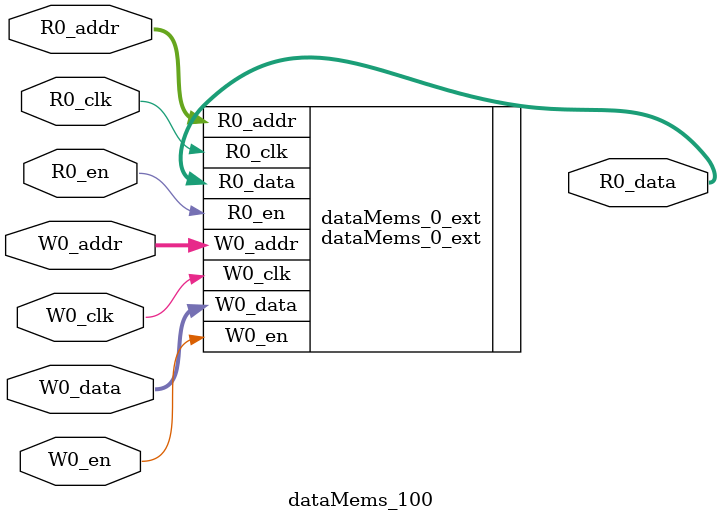
<source format=sv>
`ifndef RANDOMIZE
  `ifdef RANDOMIZE_REG_INIT
    `define RANDOMIZE
  `endif // RANDOMIZE_REG_INIT
`endif // not def RANDOMIZE
`ifndef RANDOMIZE
  `ifdef RANDOMIZE_MEM_INIT
    `define RANDOMIZE
  `endif // RANDOMIZE_MEM_INIT
`endif // not def RANDOMIZE

`ifndef RANDOM
  `define RANDOM $random
`endif // not def RANDOM

// Users can define 'PRINTF_COND' to add an extra gate to prints.
`ifndef PRINTF_COND_
  `ifdef PRINTF_COND
    `define PRINTF_COND_ (`PRINTF_COND)
  `else  // PRINTF_COND
    `define PRINTF_COND_ 1
  `endif // PRINTF_COND
`endif // not def PRINTF_COND_

// Users can define 'ASSERT_VERBOSE_COND' to add an extra gate to assert error printing.
`ifndef ASSERT_VERBOSE_COND_
  `ifdef ASSERT_VERBOSE_COND
    `define ASSERT_VERBOSE_COND_ (`ASSERT_VERBOSE_COND)
  `else  // ASSERT_VERBOSE_COND
    `define ASSERT_VERBOSE_COND_ 1
  `endif // ASSERT_VERBOSE_COND
`endif // not def ASSERT_VERBOSE_COND_

// Users can define 'STOP_COND' to add an extra gate to stop conditions.
`ifndef STOP_COND_
  `ifdef STOP_COND
    `define STOP_COND_ (`STOP_COND)
  `else  // STOP_COND
    `define STOP_COND_ 1
  `endif // STOP_COND
`endif // not def STOP_COND_

// Users can define INIT_RANDOM as general code that gets injected into the
// initializer block for modules with registers.
`ifndef INIT_RANDOM
  `define INIT_RANDOM
`endif // not def INIT_RANDOM

// If using random initialization, you can also define RANDOMIZE_DELAY to
// customize the delay used, otherwise 0.002 is used.
`ifndef RANDOMIZE_DELAY
  `define RANDOMIZE_DELAY 0.002
`endif // not def RANDOMIZE_DELAY

// Define INIT_RANDOM_PROLOG_ for use in our modules below.
`ifndef INIT_RANDOM_PROLOG_
  `ifdef RANDOMIZE
    `ifdef VERILATOR
      `define INIT_RANDOM_PROLOG_ `INIT_RANDOM
    `else  // VERILATOR
      `define INIT_RANDOM_PROLOG_ `INIT_RANDOM #`RANDOMIZE_DELAY begin end
    `endif // VERILATOR
  `else  // RANDOMIZE
    `define INIT_RANDOM_PROLOG_
  `endif // RANDOMIZE
`endif // not def INIT_RANDOM_PROLOG_

// Include register initializers in init blocks unless synthesis is set
`ifndef SYNTHESIS
  `ifndef ENABLE_INITIAL_REG_
    `define ENABLE_INITIAL_REG_
  `endif // not def ENABLE_INITIAL_REG_
`endif // not def SYNTHESIS

// Include rmemory initializers in init blocks unless synthesis is set
`ifndef SYNTHESIS
  `ifndef ENABLE_INITIAL_MEM_
    `define ENABLE_INITIAL_MEM_
  `endif // not def ENABLE_INITIAL_MEM_
`endif // not def SYNTHESIS

module dataMems_100(	// @[generators/ara/src/main/scala/UnsafeAXI4ToTL.scala:365:62]
  input  [4:0]   R0_addr,
  input          R0_en,
  input          R0_clk,
  output [258:0] R0_data,
  input  [4:0]   W0_addr,
  input          W0_en,
  input          W0_clk,
  input  [258:0] W0_data
);

  dataMems_0_ext dataMems_0_ext (	// @[generators/ara/src/main/scala/UnsafeAXI4ToTL.scala:365:62]
    .R0_addr (R0_addr),
    .R0_en   (R0_en),
    .R0_clk  (R0_clk),
    .R0_data (R0_data),
    .W0_addr (W0_addr),
    .W0_en   (W0_en),
    .W0_clk  (W0_clk),
    .W0_data (W0_data)
  );
endmodule


</source>
